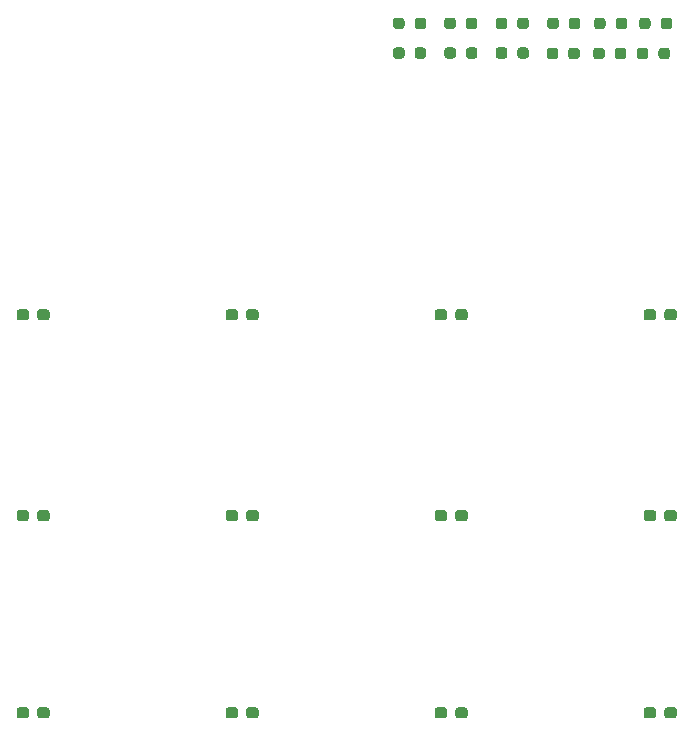
<source format=gbr>
%TF.GenerationSoftware,KiCad,Pcbnew,(5.1.10)-1*%
%TF.CreationDate,2021-07-14T17:28:46+02:00*%
%TF.ProjectId,kailh-keys,6b61696c-682d-46b6-9579-732e6b696361,rev?*%
%TF.SameCoordinates,Original*%
%TF.FileFunction,Paste,Top*%
%TF.FilePolarity,Positive*%
%FSLAX46Y46*%
G04 Gerber Fmt 4.6, Leading zero omitted, Abs format (unit mm)*
G04 Created by KiCad (PCBNEW (5.1.10)-1) date 2021-07-14 17:28:46*
%MOMM*%
%LPD*%
G01*
G04 APERTURE LIST*
G04 APERTURE END LIST*
%TO.C,SW1*%
G36*
G01*
X174445000Y-63994900D02*
X174445000Y-63519900D01*
G75*
G02*
X174682500Y-63282400I237500J0D01*
G01*
X175257500Y-63282400D01*
G75*
G02*
X175495000Y-63519900I0J-237500D01*
G01*
X175495000Y-63994900D01*
G75*
G02*
X175257500Y-64232400I-237500J0D01*
G01*
X174682500Y-64232400D01*
G75*
G02*
X174445000Y-63994900I0J237500D01*
G01*
G37*
G36*
G01*
X176195000Y-63994900D02*
X176195000Y-63519900D01*
G75*
G02*
X176432500Y-63282400I237500J0D01*
G01*
X177007500Y-63282400D01*
G75*
G02*
X177245000Y-63519900I0J-237500D01*
G01*
X177245000Y-63994900D01*
G75*
G02*
X177007500Y-64232400I-237500J0D01*
G01*
X176432500Y-64232400D01*
G75*
G02*
X176195000Y-63994900I0J237500D01*
G01*
G37*
%TD*%
%TO.C,SW2*%
G36*
G01*
X192145000Y-63994900D02*
X192145000Y-63519900D01*
G75*
G02*
X192382500Y-63282400I237500J0D01*
G01*
X192957500Y-63282400D01*
G75*
G02*
X193195000Y-63519900I0J-237500D01*
G01*
X193195000Y-63994900D01*
G75*
G02*
X192957500Y-64232400I-237500J0D01*
G01*
X192382500Y-64232400D01*
G75*
G02*
X192145000Y-63994900I0J237500D01*
G01*
G37*
G36*
G01*
X193895000Y-63994900D02*
X193895000Y-63519900D01*
G75*
G02*
X194132500Y-63282400I237500J0D01*
G01*
X194707500Y-63282400D01*
G75*
G02*
X194945000Y-63519900I0J-237500D01*
G01*
X194945000Y-63994900D01*
G75*
G02*
X194707500Y-64232400I-237500J0D01*
G01*
X194132500Y-64232400D01*
G75*
G02*
X193895000Y-63994900I0J237500D01*
G01*
G37*
%TD*%
%TO.C,SW3*%
G36*
G01*
X209845000Y-63994900D02*
X209845000Y-63519900D01*
G75*
G02*
X210082500Y-63282400I237500J0D01*
G01*
X210657500Y-63282400D01*
G75*
G02*
X210895000Y-63519900I0J-237500D01*
G01*
X210895000Y-63994900D01*
G75*
G02*
X210657500Y-64232400I-237500J0D01*
G01*
X210082500Y-64232400D01*
G75*
G02*
X209845000Y-63994900I0J237500D01*
G01*
G37*
G36*
G01*
X211595000Y-63994900D02*
X211595000Y-63519900D01*
G75*
G02*
X211832500Y-63282400I237500J0D01*
G01*
X212407500Y-63282400D01*
G75*
G02*
X212645000Y-63519900I0J-237500D01*
G01*
X212645000Y-63994900D01*
G75*
G02*
X212407500Y-64232400I-237500J0D01*
G01*
X211832500Y-64232400D01*
G75*
G02*
X211595000Y-63994900I0J237500D01*
G01*
G37*
%TD*%
%TO.C,SW4*%
G36*
G01*
X227545000Y-63994900D02*
X227545000Y-63519900D01*
G75*
G02*
X227782500Y-63282400I237500J0D01*
G01*
X228357500Y-63282400D01*
G75*
G02*
X228595000Y-63519900I0J-237500D01*
G01*
X228595000Y-63994900D01*
G75*
G02*
X228357500Y-64232400I-237500J0D01*
G01*
X227782500Y-64232400D01*
G75*
G02*
X227545000Y-63994900I0J237500D01*
G01*
G37*
G36*
G01*
X229295000Y-63994900D02*
X229295000Y-63519900D01*
G75*
G02*
X229532500Y-63282400I237500J0D01*
G01*
X230107500Y-63282400D01*
G75*
G02*
X230345000Y-63519900I0J-237500D01*
G01*
X230345000Y-63994900D01*
G75*
G02*
X230107500Y-64232400I-237500J0D01*
G01*
X229532500Y-64232400D01*
G75*
G02*
X229295000Y-63994900I0J237500D01*
G01*
G37*
%TD*%
%TO.C,SW5*%
G36*
G01*
X174445000Y-80994900D02*
X174445000Y-80519900D01*
G75*
G02*
X174682500Y-80282400I237500J0D01*
G01*
X175257500Y-80282400D01*
G75*
G02*
X175495000Y-80519900I0J-237500D01*
G01*
X175495000Y-80994900D01*
G75*
G02*
X175257500Y-81232400I-237500J0D01*
G01*
X174682500Y-81232400D01*
G75*
G02*
X174445000Y-80994900I0J237500D01*
G01*
G37*
G36*
G01*
X176195000Y-80994900D02*
X176195000Y-80519900D01*
G75*
G02*
X176432500Y-80282400I237500J0D01*
G01*
X177007500Y-80282400D01*
G75*
G02*
X177245000Y-80519900I0J-237500D01*
G01*
X177245000Y-80994900D01*
G75*
G02*
X177007500Y-81232400I-237500J0D01*
G01*
X176432500Y-81232400D01*
G75*
G02*
X176195000Y-80994900I0J237500D01*
G01*
G37*
%TD*%
%TO.C,SW6*%
G36*
G01*
X192145000Y-80994900D02*
X192145000Y-80519900D01*
G75*
G02*
X192382500Y-80282400I237500J0D01*
G01*
X192957500Y-80282400D01*
G75*
G02*
X193195000Y-80519900I0J-237500D01*
G01*
X193195000Y-80994900D01*
G75*
G02*
X192957500Y-81232400I-237500J0D01*
G01*
X192382500Y-81232400D01*
G75*
G02*
X192145000Y-80994900I0J237500D01*
G01*
G37*
G36*
G01*
X193895000Y-80994900D02*
X193895000Y-80519900D01*
G75*
G02*
X194132500Y-80282400I237500J0D01*
G01*
X194707500Y-80282400D01*
G75*
G02*
X194945000Y-80519900I0J-237500D01*
G01*
X194945000Y-80994900D01*
G75*
G02*
X194707500Y-81232400I-237500J0D01*
G01*
X194132500Y-81232400D01*
G75*
G02*
X193895000Y-80994900I0J237500D01*
G01*
G37*
%TD*%
%TO.C,SW7*%
G36*
G01*
X209845000Y-80994900D02*
X209845000Y-80519900D01*
G75*
G02*
X210082500Y-80282400I237500J0D01*
G01*
X210657500Y-80282400D01*
G75*
G02*
X210895000Y-80519900I0J-237500D01*
G01*
X210895000Y-80994900D01*
G75*
G02*
X210657500Y-81232400I-237500J0D01*
G01*
X210082500Y-81232400D01*
G75*
G02*
X209845000Y-80994900I0J237500D01*
G01*
G37*
G36*
G01*
X211595000Y-80994900D02*
X211595000Y-80519900D01*
G75*
G02*
X211832500Y-80282400I237500J0D01*
G01*
X212407500Y-80282400D01*
G75*
G02*
X212645000Y-80519900I0J-237500D01*
G01*
X212645000Y-80994900D01*
G75*
G02*
X212407500Y-81232400I-237500J0D01*
G01*
X211832500Y-81232400D01*
G75*
G02*
X211595000Y-80994900I0J237500D01*
G01*
G37*
%TD*%
%TO.C,SW8*%
G36*
G01*
X227545000Y-80994900D02*
X227545000Y-80519900D01*
G75*
G02*
X227782500Y-80282400I237500J0D01*
G01*
X228357500Y-80282400D01*
G75*
G02*
X228595000Y-80519900I0J-237500D01*
G01*
X228595000Y-80994900D01*
G75*
G02*
X228357500Y-81232400I-237500J0D01*
G01*
X227782500Y-81232400D01*
G75*
G02*
X227545000Y-80994900I0J237500D01*
G01*
G37*
G36*
G01*
X229295000Y-80994900D02*
X229295000Y-80519900D01*
G75*
G02*
X229532500Y-80282400I237500J0D01*
G01*
X230107500Y-80282400D01*
G75*
G02*
X230345000Y-80519900I0J-237500D01*
G01*
X230345000Y-80994900D01*
G75*
G02*
X230107500Y-81232400I-237500J0D01*
G01*
X229532500Y-81232400D01*
G75*
G02*
X229295000Y-80994900I0J237500D01*
G01*
G37*
%TD*%
%TO.C,SW9*%
G36*
G01*
X174445000Y-97694900D02*
X174445000Y-97219900D01*
G75*
G02*
X174682500Y-96982400I237500J0D01*
G01*
X175257500Y-96982400D01*
G75*
G02*
X175495000Y-97219900I0J-237500D01*
G01*
X175495000Y-97694900D01*
G75*
G02*
X175257500Y-97932400I-237500J0D01*
G01*
X174682500Y-97932400D01*
G75*
G02*
X174445000Y-97694900I0J237500D01*
G01*
G37*
G36*
G01*
X176195000Y-97694900D02*
X176195000Y-97219900D01*
G75*
G02*
X176432500Y-96982400I237500J0D01*
G01*
X177007500Y-96982400D01*
G75*
G02*
X177245000Y-97219900I0J-237500D01*
G01*
X177245000Y-97694900D01*
G75*
G02*
X177007500Y-97932400I-237500J0D01*
G01*
X176432500Y-97932400D01*
G75*
G02*
X176195000Y-97694900I0J237500D01*
G01*
G37*
%TD*%
%TO.C,SW10*%
G36*
G01*
X192145000Y-97694900D02*
X192145000Y-97219900D01*
G75*
G02*
X192382500Y-96982400I237500J0D01*
G01*
X192957500Y-96982400D01*
G75*
G02*
X193195000Y-97219900I0J-237500D01*
G01*
X193195000Y-97694900D01*
G75*
G02*
X192957500Y-97932400I-237500J0D01*
G01*
X192382500Y-97932400D01*
G75*
G02*
X192145000Y-97694900I0J237500D01*
G01*
G37*
G36*
G01*
X193895000Y-97694900D02*
X193895000Y-97219900D01*
G75*
G02*
X194132500Y-96982400I237500J0D01*
G01*
X194707500Y-96982400D01*
G75*
G02*
X194945000Y-97219900I0J-237500D01*
G01*
X194945000Y-97694900D01*
G75*
G02*
X194707500Y-97932400I-237500J0D01*
G01*
X194132500Y-97932400D01*
G75*
G02*
X193895000Y-97694900I0J237500D01*
G01*
G37*
%TD*%
%TO.C,SW11*%
G36*
G01*
X209845000Y-97694900D02*
X209845000Y-97219900D01*
G75*
G02*
X210082500Y-96982400I237500J0D01*
G01*
X210657500Y-96982400D01*
G75*
G02*
X210895000Y-97219900I0J-237500D01*
G01*
X210895000Y-97694900D01*
G75*
G02*
X210657500Y-97932400I-237500J0D01*
G01*
X210082500Y-97932400D01*
G75*
G02*
X209845000Y-97694900I0J237500D01*
G01*
G37*
G36*
G01*
X211595000Y-97694900D02*
X211595000Y-97219900D01*
G75*
G02*
X211832500Y-96982400I237500J0D01*
G01*
X212407500Y-96982400D01*
G75*
G02*
X212645000Y-97219900I0J-237500D01*
G01*
X212645000Y-97694900D01*
G75*
G02*
X212407500Y-97932400I-237500J0D01*
G01*
X211832500Y-97932400D01*
G75*
G02*
X211595000Y-97694900I0J237500D01*
G01*
G37*
%TD*%
%TO.C,SW12*%
G36*
G01*
X227545000Y-97694900D02*
X227545000Y-97219900D01*
G75*
G02*
X227782500Y-96982400I237500J0D01*
G01*
X228357500Y-96982400D01*
G75*
G02*
X228595000Y-97219900I0J-237500D01*
G01*
X228595000Y-97694900D01*
G75*
G02*
X228357500Y-97932400I-237500J0D01*
G01*
X227782500Y-97932400D01*
G75*
G02*
X227545000Y-97694900I0J237500D01*
G01*
G37*
G36*
G01*
X229295000Y-97694900D02*
X229295000Y-97219900D01*
G75*
G02*
X229532500Y-96982400I237500J0D01*
G01*
X230107500Y-96982400D01*
G75*
G02*
X230345000Y-97219900I0J-237500D01*
G01*
X230345000Y-97694900D01*
G75*
G02*
X230107500Y-97932400I-237500J0D01*
G01*
X229532500Y-97932400D01*
G75*
G02*
X229295000Y-97694900I0J237500D01*
G01*
G37*
%TD*%
%TO.C,R1*%
G36*
G01*
X206320000Y-39321100D02*
X206320000Y-38846100D01*
G75*
G02*
X206557500Y-38608600I237500J0D01*
G01*
X207057500Y-38608600D01*
G75*
G02*
X207295000Y-38846100I0J-237500D01*
G01*
X207295000Y-39321100D01*
G75*
G02*
X207057500Y-39558600I-237500J0D01*
G01*
X206557500Y-39558600D01*
G75*
G02*
X206320000Y-39321100I0J237500D01*
G01*
G37*
G36*
G01*
X208145000Y-39321100D02*
X208145000Y-38846100D01*
G75*
G02*
X208382500Y-38608600I237500J0D01*
G01*
X208882500Y-38608600D01*
G75*
G02*
X209120000Y-38846100I0J-237500D01*
G01*
X209120000Y-39321100D01*
G75*
G02*
X208882500Y-39558600I-237500J0D01*
G01*
X208382500Y-39558600D01*
G75*
G02*
X208145000Y-39321100I0J237500D01*
G01*
G37*
%TD*%
%TO.C,R2*%
G36*
G01*
X206320000Y-41831100D02*
X206320000Y-41356100D01*
G75*
G02*
X206557500Y-41118600I237500J0D01*
G01*
X207057500Y-41118600D01*
G75*
G02*
X207295000Y-41356100I0J-237500D01*
G01*
X207295000Y-41831100D01*
G75*
G02*
X207057500Y-42068600I-237500J0D01*
G01*
X206557500Y-42068600D01*
G75*
G02*
X206320000Y-41831100I0J237500D01*
G01*
G37*
G36*
G01*
X208145000Y-41831100D02*
X208145000Y-41356100D01*
G75*
G02*
X208382500Y-41118600I237500J0D01*
G01*
X208882500Y-41118600D01*
G75*
G02*
X209120000Y-41356100I0J-237500D01*
G01*
X209120000Y-41831100D01*
G75*
G02*
X208882500Y-42068600I-237500J0D01*
G01*
X208382500Y-42068600D01*
G75*
G02*
X208145000Y-41831100I0J237500D01*
G01*
G37*
%TD*%
%TO.C,R3*%
G36*
G01*
X212495000Y-39321100D02*
X212495000Y-38846100D01*
G75*
G02*
X212732500Y-38608600I237500J0D01*
G01*
X213232500Y-38608600D01*
G75*
G02*
X213470000Y-38846100I0J-237500D01*
G01*
X213470000Y-39321100D01*
G75*
G02*
X213232500Y-39558600I-237500J0D01*
G01*
X212732500Y-39558600D01*
G75*
G02*
X212495000Y-39321100I0J237500D01*
G01*
G37*
G36*
G01*
X210670000Y-39321100D02*
X210670000Y-38846100D01*
G75*
G02*
X210907500Y-38608600I237500J0D01*
G01*
X211407500Y-38608600D01*
G75*
G02*
X211645000Y-38846100I0J-237500D01*
G01*
X211645000Y-39321100D01*
G75*
G02*
X211407500Y-39558600I-237500J0D01*
G01*
X210907500Y-39558600D01*
G75*
G02*
X210670000Y-39321100I0J237500D01*
G01*
G37*
%TD*%
%TO.C,R4*%
G36*
G01*
X221151000Y-41868100D02*
X221151000Y-41393100D01*
G75*
G02*
X221388500Y-41155600I237500J0D01*
G01*
X221888500Y-41155600D01*
G75*
G02*
X222126000Y-41393100I0J-237500D01*
G01*
X222126000Y-41868100D01*
G75*
G02*
X221888500Y-42105600I-237500J0D01*
G01*
X221388500Y-42105600D01*
G75*
G02*
X221151000Y-41868100I0J237500D01*
G01*
G37*
G36*
G01*
X219326000Y-41868100D02*
X219326000Y-41393100D01*
G75*
G02*
X219563500Y-41155600I237500J0D01*
G01*
X220063500Y-41155600D01*
G75*
G02*
X220301000Y-41393100I0J-237500D01*
G01*
X220301000Y-41868100D01*
G75*
G02*
X220063500Y-42105600I-237500J0D01*
G01*
X219563500Y-42105600D01*
G75*
G02*
X219326000Y-41868100I0J237500D01*
G01*
G37*
%TD*%
%TO.C,R5*%
G36*
G01*
X210670000Y-41831100D02*
X210670000Y-41356100D01*
G75*
G02*
X210907500Y-41118600I237500J0D01*
G01*
X211407500Y-41118600D01*
G75*
G02*
X211645000Y-41356100I0J-237500D01*
G01*
X211645000Y-41831100D01*
G75*
G02*
X211407500Y-42068600I-237500J0D01*
G01*
X210907500Y-42068600D01*
G75*
G02*
X210670000Y-41831100I0J237500D01*
G01*
G37*
G36*
G01*
X212495000Y-41831100D02*
X212495000Y-41356100D01*
G75*
G02*
X212732500Y-41118600I237500J0D01*
G01*
X213232500Y-41118600D01*
G75*
G02*
X213470000Y-41356100I0J-237500D01*
G01*
X213470000Y-41831100D01*
G75*
G02*
X213232500Y-42068600I-237500J0D01*
G01*
X212732500Y-42068600D01*
G75*
G02*
X212495000Y-41831100I0J237500D01*
G01*
G37*
%TD*%
%TO.C,R6*%
G36*
G01*
X216845000Y-39321100D02*
X216845000Y-38846100D01*
G75*
G02*
X217082500Y-38608600I237500J0D01*
G01*
X217582500Y-38608600D01*
G75*
G02*
X217820000Y-38846100I0J-237500D01*
G01*
X217820000Y-39321100D01*
G75*
G02*
X217582500Y-39558600I-237500J0D01*
G01*
X217082500Y-39558600D01*
G75*
G02*
X216845000Y-39321100I0J237500D01*
G01*
G37*
G36*
G01*
X215020000Y-39321100D02*
X215020000Y-38846100D01*
G75*
G02*
X215257500Y-38608600I237500J0D01*
G01*
X215757500Y-38608600D01*
G75*
G02*
X215995000Y-38846100I0J-237500D01*
G01*
X215995000Y-39321100D01*
G75*
G02*
X215757500Y-39558600I-237500J0D01*
G01*
X215257500Y-39558600D01*
G75*
G02*
X215020000Y-39321100I0J237500D01*
G01*
G37*
%TD*%
%TO.C,R7*%
G36*
G01*
X223341000Y-39328100D02*
X223341000Y-38853100D01*
G75*
G02*
X223578500Y-38615600I237500J0D01*
G01*
X224078500Y-38615600D01*
G75*
G02*
X224316000Y-38853100I0J-237500D01*
G01*
X224316000Y-39328100D01*
G75*
G02*
X224078500Y-39565600I-237500J0D01*
G01*
X223578500Y-39565600D01*
G75*
G02*
X223341000Y-39328100I0J237500D01*
G01*
G37*
G36*
G01*
X225166000Y-39328100D02*
X225166000Y-38853100D01*
G75*
G02*
X225403500Y-38615600I237500J0D01*
G01*
X225903500Y-38615600D01*
G75*
G02*
X226141000Y-38853100I0J-237500D01*
G01*
X226141000Y-39328100D01*
G75*
G02*
X225903500Y-39565600I-237500J0D01*
G01*
X225403500Y-39565600D01*
G75*
G02*
X225166000Y-39328100I0J237500D01*
G01*
G37*
%TD*%
%TO.C,R8*%
G36*
G01*
X225086000Y-41868100D02*
X225086000Y-41393100D01*
G75*
G02*
X225323500Y-41155600I237500J0D01*
G01*
X225823500Y-41155600D01*
G75*
G02*
X226061000Y-41393100I0J-237500D01*
G01*
X226061000Y-41868100D01*
G75*
G02*
X225823500Y-42105600I-237500J0D01*
G01*
X225323500Y-42105600D01*
G75*
G02*
X225086000Y-41868100I0J237500D01*
G01*
G37*
G36*
G01*
X223261000Y-41868100D02*
X223261000Y-41393100D01*
G75*
G02*
X223498500Y-41155600I237500J0D01*
G01*
X223998500Y-41155600D01*
G75*
G02*
X224236000Y-41393100I0J-237500D01*
G01*
X224236000Y-41868100D01*
G75*
G02*
X223998500Y-42105600I-237500J0D01*
G01*
X223498500Y-42105600D01*
G75*
G02*
X223261000Y-41868100I0J237500D01*
G01*
G37*
%TD*%
%TO.C,R9*%
G36*
G01*
X216845000Y-41831100D02*
X216845000Y-41356100D01*
G75*
G02*
X217082500Y-41118600I237500J0D01*
G01*
X217582500Y-41118600D01*
G75*
G02*
X217820000Y-41356100I0J-237500D01*
G01*
X217820000Y-41831100D01*
G75*
G02*
X217582500Y-42068600I-237500J0D01*
G01*
X217082500Y-42068600D01*
G75*
G02*
X216845000Y-41831100I0J237500D01*
G01*
G37*
G36*
G01*
X215020000Y-41831100D02*
X215020000Y-41356100D01*
G75*
G02*
X215257500Y-41118600I237500J0D01*
G01*
X215757500Y-41118600D01*
G75*
G02*
X215995000Y-41356100I0J-237500D01*
G01*
X215995000Y-41831100D01*
G75*
G02*
X215757500Y-42068600I-237500J0D01*
G01*
X215257500Y-42068600D01*
G75*
G02*
X215020000Y-41831100I0J237500D01*
G01*
G37*
%TD*%
%TO.C,R10*%
G36*
G01*
X219370000Y-39321100D02*
X219370000Y-38846100D01*
G75*
G02*
X219607500Y-38608600I237500J0D01*
G01*
X220107500Y-38608600D01*
G75*
G02*
X220345000Y-38846100I0J-237500D01*
G01*
X220345000Y-39321100D01*
G75*
G02*
X220107500Y-39558600I-237500J0D01*
G01*
X219607500Y-39558600D01*
G75*
G02*
X219370000Y-39321100I0J237500D01*
G01*
G37*
G36*
G01*
X221195000Y-39321100D02*
X221195000Y-38846100D01*
G75*
G02*
X221432500Y-38608600I237500J0D01*
G01*
X221932500Y-38608600D01*
G75*
G02*
X222170000Y-38846100I0J-237500D01*
G01*
X222170000Y-39321100D01*
G75*
G02*
X221932500Y-39558600I-237500J0D01*
G01*
X221432500Y-39558600D01*
G75*
G02*
X221195000Y-39321100I0J237500D01*
G01*
G37*
%TD*%
%TO.C,R11*%
G36*
G01*
X228976000Y-39328100D02*
X228976000Y-38853100D01*
G75*
G02*
X229213500Y-38615600I237500J0D01*
G01*
X229713500Y-38615600D01*
G75*
G02*
X229951000Y-38853100I0J-237500D01*
G01*
X229951000Y-39328100D01*
G75*
G02*
X229713500Y-39565600I-237500J0D01*
G01*
X229213500Y-39565600D01*
G75*
G02*
X228976000Y-39328100I0J237500D01*
G01*
G37*
G36*
G01*
X227151000Y-39328100D02*
X227151000Y-38853100D01*
G75*
G02*
X227388500Y-38615600I237500J0D01*
G01*
X227888500Y-38615600D01*
G75*
G02*
X228126000Y-38853100I0J-237500D01*
G01*
X228126000Y-39328100D01*
G75*
G02*
X227888500Y-39565600I-237500J0D01*
G01*
X227388500Y-39565600D01*
G75*
G02*
X227151000Y-39328100I0J237500D01*
G01*
G37*
%TD*%
%TO.C,R12*%
G36*
G01*
X226973000Y-41868100D02*
X226973000Y-41393100D01*
G75*
G02*
X227210500Y-41155600I237500J0D01*
G01*
X227710500Y-41155600D01*
G75*
G02*
X227948000Y-41393100I0J-237500D01*
G01*
X227948000Y-41868100D01*
G75*
G02*
X227710500Y-42105600I-237500J0D01*
G01*
X227210500Y-42105600D01*
G75*
G02*
X226973000Y-41868100I0J237500D01*
G01*
G37*
G36*
G01*
X228798000Y-41868100D02*
X228798000Y-41393100D01*
G75*
G02*
X229035500Y-41155600I237500J0D01*
G01*
X229535500Y-41155600D01*
G75*
G02*
X229773000Y-41393100I0J-237500D01*
G01*
X229773000Y-41868100D01*
G75*
G02*
X229535500Y-42105600I-237500J0D01*
G01*
X229035500Y-42105600D01*
G75*
G02*
X228798000Y-41868100I0J237500D01*
G01*
G37*
%TD*%
M02*

</source>
